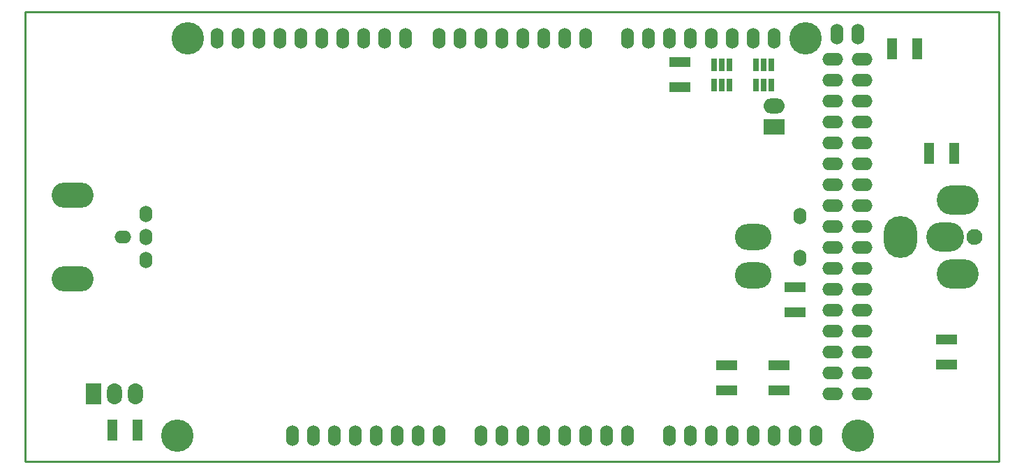
<source format=gbs>
G04 #@! TF.FileFunction,Soldermask,Bot*
%FSLAX46Y46*%
G04 Gerber Fmt 4.6, Leading zero omitted, Abs format (unit mm)*
G04 Created by KiCad (PCBNEW 0.201505061231+5645~23~ubuntu14.04.1-product) date Fri 08 May 2015 03:52:48 PM EDT*
%MOMM*%
G01*
G04 APERTURE LIST*
%ADD10C,0.100000*%
%ADD11C,0.228600*%
%ADD12O,2.540000X1.854200*%
%ADD13R,2.540000X1.854200*%
%ADD14O,1.854200X2.540000*%
%ADD15R,1.854200X2.540000*%
%ADD16O,4.445000X3.175000*%
%ADD17O,1.524000X2.032000*%
%ADD18O,5.080000X3.048000*%
%ADD19O,2.032000X1.524000*%
%ADD20R,2.540000X1.270000*%
%ADD21C,3.937000*%
%ADD22O,1.524000X2.540000*%
%ADD23O,2.540000X1.524000*%
%ADD24C,1.930400*%
%ADD25O,4.572000X3.556000*%
%ADD26O,4.064000X5.080000*%
%ADD27O,5.080000X3.556000*%
%ADD28R,1.270000X2.540000*%
%ADD29R,0.762000X1.534160*%
G04 APERTURE END LIST*
D10*
D11*
X211455000Y-75565000D02*
X93345000Y-75565000D01*
X211455000Y-130175000D02*
X211455000Y-75565000D01*
X93345000Y-130175000D02*
X211455000Y-130175000D01*
X93345000Y-75565000D02*
X93345000Y-130175000D01*
D12*
X184150000Y-86995000D03*
D13*
X184150000Y-89535000D03*
D14*
X104140000Y-121920000D03*
X106680000Y-121920000D03*
D15*
X101600000Y-121920000D03*
D16*
X181610000Y-102870000D03*
X181610000Y-107569000D03*
D17*
X187325000Y-105410000D03*
X187325000Y-100330000D03*
D18*
X99060000Y-107950000D03*
X99060000Y-97790000D03*
D19*
X105156000Y-102870000D03*
D17*
X107950000Y-102870000D03*
X107950000Y-100076000D03*
X107950000Y-105664000D03*
D20*
X186690000Y-112014000D03*
X186690000Y-108966000D03*
D21*
X111760000Y-127000000D03*
X113030000Y-78740000D03*
X194310000Y-127000000D03*
X187960000Y-78740000D03*
D22*
X125730000Y-127000000D03*
X128270000Y-127000000D03*
X130810000Y-127000000D03*
X133350000Y-127000000D03*
X135890000Y-127000000D03*
X138430000Y-127000000D03*
X140970000Y-127000000D03*
X143510000Y-127000000D03*
X148590000Y-127000000D03*
X151130000Y-127000000D03*
X153670000Y-127000000D03*
X156210000Y-127000000D03*
X158750000Y-127000000D03*
X161290000Y-127000000D03*
X163830000Y-127000000D03*
X166370000Y-127000000D03*
X171450000Y-127000000D03*
X173990000Y-127000000D03*
X176530000Y-127000000D03*
X179070000Y-127000000D03*
X181610000Y-127000000D03*
X184150000Y-127000000D03*
X186690000Y-127000000D03*
X189230000Y-127000000D03*
X116586000Y-78740000D03*
X119126000Y-78740000D03*
X121666000Y-78740000D03*
X124206000Y-78740000D03*
X126746000Y-78740000D03*
X129286000Y-78740000D03*
X131826000Y-78740000D03*
X134366000Y-78740000D03*
X136906000Y-78740000D03*
X139446000Y-78740000D03*
X143510000Y-78740000D03*
X161290000Y-78740000D03*
X158750000Y-78740000D03*
X156210000Y-78740000D03*
X153670000Y-78740000D03*
X151130000Y-78740000D03*
X148590000Y-78740000D03*
X146050000Y-78740000D03*
X166370000Y-78740000D03*
X168910000Y-78740000D03*
X171450000Y-78740000D03*
X173990000Y-78740000D03*
X176530000Y-78740000D03*
X179070000Y-78740000D03*
X181610000Y-78740000D03*
X184150000Y-78740000D03*
X191770000Y-78232000D03*
X194310000Y-78232000D03*
D23*
X191262000Y-81280000D03*
X194818000Y-81280000D03*
X191262000Y-83820000D03*
X194818000Y-83820000D03*
X191262000Y-86360000D03*
X194818000Y-86360000D03*
X191262000Y-88900000D03*
X194818000Y-88900000D03*
X191262000Y-91440000D03*
X194818000Y-91440000D03*
X191262000Y-93980000D03*
X194818000Y-93980000D03*
X191262000Y-96520000D03*
X194818000Y-96520000D03*
X191262000Y-99060000D03*
X194818000Y-99060000D03*
X191262000Y-101600000D03*
X194818000Y-101600000D03*
X191262000Y-104140000D03*
X194818000Y-104140000D03*
X191262000Y-106680000D03*
X194818000Y-106680000D03*
X191262000Y-109220000D03*
X194818000Y-109220000D03*
X191262000Y-111760000D03*
X194818000Y-111760000D03*
X191262000Y-114300000D03*
X194818000Y-114300000D03*
X191262000Y-116840000D03*
X194818000Y-116840000D03*
X191262000Y-119380000D03*
X194818000Y-119380000D03*
X191262000Y-121920000D03*
X194818000Y-121920000D03*
D24*
X208457800Y-102870000D03*
D25*
X204952600Y-102870000D03*
D26*
X199466200Y-102870000D03*
D27*
X206451200Y-98374200D03*
X206451200Y-107365800D03*
D28*
X202946000Y-92710000D03*
X205994000Y-92710000D03*
D20*
X205105000Y-118364000D03*
X205105000Y-115316000D03*
D28*
X106934000Y-126365000D03*
X103886000Y-126365000D03*
D20*
X172720000Y-81661000D03*
X172720000Y-84709000D03*
D28*
X198501000Y-80010000D03*
X201549000Y-80010000D03*
D20*
X184785000Y-121539000D03*
X184785000Y-118491000D03*
X178435000Y-118491000D03*
X178435000Y-121539000D03*
D29*
X178749960Y-84383880D03*
X177800000Y-84383880D03*
X176850040Y-84383880D03*
X176850040Y-81986120D03*
X177800000Y-81986120D03*
X178749960Y-81986120D03*
X183829960Y-84383880D03*
X182880000Y-84383880D03*
X181930040Y-84383880D03*
X181930040Y-81986120D03*
X182880000Y-81986120D03*
X183829960Y-81986120D03*
M02*

</source>
